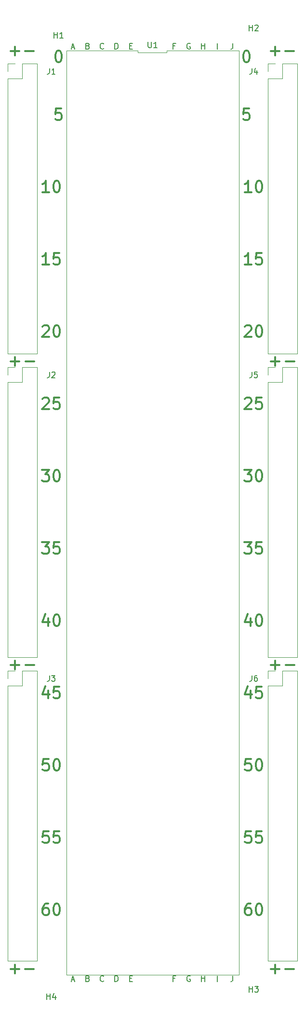
<source format=gbr>
%TF.GenerationSoftware,KiCad,Pcbnew,7.0.9*%
%TF.CreationDate,2023-12-20T19:14:48+00:00*%
%TF.ProjectId,ToastedBreadBoard128,546f6173-7465-4644-9272-656164426f61,rev?*%
%TF.SameCoordinates,Original*%
%TF.FileFunction,Legend,Top*%
%TF.FilePolarity,Positive*%
%FSLAX46Y46*%
G04 Gerber Fmt 4.6, Leading zero omitted, Abs format (unit mm)*
G04 Created by KiCad (PCBNEW 7.0.9) date 2023-12-20 19:14:48*
%MOMM*%
%LPD*%
G01*
G04 APERTURE LIST*
%ADD10C,0.300000*%
%ADD11C,0.150000*%
%ADD12C,0.120000*%
G04 APERTURE END LIST*
D10*
X145256190Y-38279638D02*
X144303809Y-38279638D01*
X144303809Y-38279638D02*
X144208571Y-39232019D01*
X144208571Y-39232019D02*
X144303809Y-39136780D01*
X144303809Y-39136780D02*
X144494285Y-39041542D01*
X144494285Y-39041542D02*
X144970476Y-39041542D01*
X144970476Y-39041542D02*
X145160952Y-39136780D01*
X145160952Y-39136780D02*
X145256190Y-39232019D01*
X145256190Y-39232019D02*
X145351428Y-39422495D01*
X145351428Y-39422495D02*
X145351428Y-39898685D01*
X145351428Y-39898685D02*
X145256190Y-40089161D01*
X145256190Y-40089161D02*
X145160952Y-40184400D01*
X145160952Y-40184400D02*
X144970476Y-40279638D01*
X144970476Y-40279638D02*
X144494285Y-40279638D01*
X144494285Y-40279638D02*
X144303809Y-40184400D01*
X144303809Y-40184400D02*
X144208571Y-40089161D01*
X103378095Y-189477733D02*
X104901905Y-189477733D01*
X104140000Y-190239638D02*
X104140000Y-188715828D01*
X112236190Y-38279638D02*
X111283809Y-38279638D01*
X111283809Y-38279638D02*
X111188571Y-39232019D01*
X111188571Y-39232019D02*
X111283809Y-39136780D01*
X111283809Y-39136780D02*
X111474285Y-39041542D01*
X111474285Y-39041542D02*
X111950476Y-39041542D01*
X111950476Y-39041542D02*
X112140952Y-39136780D01*
X112140952Y-39136780D02*
X112236190Y-39232019D01*
X112236190Y-39232019D02*
X112331428Y-39422495D01*
X112331428Y-39422495D02*
X112331428Y-39898685D01*
X112331428Y-39898685D02*
X112236190Y-40089161D01*
X112236190Y-40089161D02*
X112140952Y-40184400D01*
X112140952Y-40184400D02*
X111950476Y-40279638D01*
X111950476Y-40279638D02*
X111474285Y-40279638D01*
X111474285Y-40279638D02*
X111283809Y-40184400D01*
X111283809Y-40184400D02*
X111188571Y-40089161D01*
D11*
X119689523Y-191544580D02*
X119641904Y-191592200D01*
X119641904Y-191592200D02*
X119499047Y-191639819D01*
X119499047Y-191639819D02*
X119403809Y-191639819D01*
X119403809Y-191639819D02*
X119260952Y-191592200D01*
X119260952Y-191592200D02*
X119165714Y-191496961D01*
X119165714Y-191496961D02*
X119118095Y-191401723D01*
X119118095Y-191401723D02*
X119070476Y-191211247D01*
X119070476Y-191211247D02*
X119070476Y-191068390D01*
X119070476Y-191068390D02*
X119118095Y-190877914D01*
X119118095Y-190877914D02*
X119165714Y-190782676D01*
X119165714Y-190782676D02*
X119260952Y-190687438D01*
X119260952Y-190687438D02*
X119403809Y-190639819D01*
X119403809Y-190639819D02*
X119499047Y-190639819D01*
X119499047Y-190639819D02*
X119641904Y-190687438D01*
X119641904Y-190687438D02*
X119689523Y-190735057D01*
D10*
X108966190Y-89270114D02*
X109061428Y-89174876D01*
X109061428Y-89174876D02*
X109251904Y-89079638D01*
X109251904Y-89079638D02*
X109728095Y-89079638D01*
X109728095Y-89079638D02*
X109918571Y-89174876D01*
X109918571Y-89174876D02*
X110013809Y-89270114D01*
X110013809Y-89270114D02*
X110109047Y-89460590D01*
X110109047Y-89460590D02*
X110109047Y-89651066D01*
X110109047Y-89651066D02*
X110013809Y-89936780D01*
X110013809Y-89936780D02*
X108870952Y-91079638D01*
X108870952Y-91079638D02*
X110109047Y-91079638D01*
X111918571Y-89079638D02*
X110966190Y-89079638D01*
X110966190Y-89079638D02*
X110870952Y-90032019D01*
X110870952Y-90032019D02*
X110966190Y-89936780D01*
X110966190Y-89936780D02*
X111156666Y-89841542D01*
X111156666Y-89841542D02*
X111632857Y-89841542D01*
X111632857Y-89841542D02*
X111823333Y-89936780D01*
X111823333Y-89936780D02*
X111918571Y-90032019D01*
X111918571Y-90032019D02*
X112013809Y-90222495D01*
X112013809Y-90222495D02*
X112013809Y-90698685D01*
X112013809Y-90698685D02*
X111918571Y-90889161D01*
X111918571Y-90889161D02*
X111823333Y-90984400D01*
X111823333Y-90984400D02*
X111632857Y-91079638D01*
X111632857Y-91079638D02*
X111156666Y-91079638D01*
X111156666Y-91079638D02*
X110966190Y-90984400D01*
X110966190Y-90984400D02*
X110870952Y-90889161D01*
X151698095Y-136077733D02*
X153221905Y-136077733D01*
X103378095Y-82737733D02*
X104901905Y-82737733D01*
X104140000Y-83499638D02*
X104140000Y-81975828D01*
D11*
X114061905Y-191354104D02*
X114538095Y-191354104D01*
X113966667Y-191639819D02*
X114300000Y-190639819D01*
X114300000Y-190639819D02*
X114633333Y-191639819D01*
D10*
X144430952Y-114479638D02*
X145669047Y-114479638D01*
X145669047Y-114479638D02*
X145002380Y-115241542D01*
X145002380Y-115241542D02*
X145288095Y-115241542D01*
X145288095Y-115241542D02*
X145478571Y-115336780D01*
X145478571Y-115336780D02*
X145573809Y-115432019D01*
X145573809Y-115432019D02*
X145669047Y-115622495D01*
X145669047Y-115622495D02*
X145669047Y-116098685D01*
X145669047Y-116098685D02*
X145573809Y-116289161D01*
X145573809Y-116289161D02*
X145478571Y-116384400D01*
X145478571Y-116384400D02*
X145288095Y-116479638D01*
X145288095Y-116479638D02*
X144716666Y-116479638D01*
X144716666Y-116479638D02*
X144526190Y-116384400D01*
X144526190Y-116384400D02*
X144430952Y-116289161D01*
X147478571Y-114479638D02*
X146526190Y-114479638D01*
X146526190Y-114479638D02*
X146430952Y-115432019D01*
X146430952Y-115432019D02*
X146526190Y-115336780D01*
X146526190Y-115336780D02*
X146716666Y-115241542D01*
X146716666Y-115241542D02*
X147192857Y-115241542D01*
X147192857Y-115241542D02*
X147383333Y-115336780D01*
X147383333Y-115336780D02*
X147478571Y-115432019D01*
X147478571Y-115432019D02*
X147573809Y-115622495D01*
X147573809Y-115622495D02*
X147573809Y-116098685D01*
X147573809Y-116098685D02*
X147478571Y-116289161D01*
X147478571Y-116289161D02*
X147383333Y-116384400D01*
X147383333Y-116384400D02*
X147192857Y-116479638D01*
X147192857Y-116479638D02*
X146716666Y-116479638D01*
X146716666Y-116479638D02*
X146526190Y-116384400D01*
X146526190Y-116384400D02*
X146430952Y-116289161D01*
D11*
X134881904Y-26857438D02*
X134786666Y-26809819D01*
X134786666Y-26809819D02*
X134643809Y-26809819D01*
X134643809Y-26809819D02*
X134500952Y-26857438D01*
X134500952Y-26857438D02*
X134405714Y-26952676D01*
X134405714Y-26952676D02*
X134358095Y-27047914D01*
X134358095Y-27047914D02*
X134310476Y-27238390D01*
X134310476Y-27238390D02*
X134310476Y-27381247D01*
X134310476Y-27381247D02*
X134358095Y-27571723D01*
X134358095Y-27571723D02*
X134405714Y-27666961D01*
X134405714Y-27666961D02*
X134500952Y-27762200D01*
X134500952Y-27762200D02*
X134643809Y-27809819D01*
X134643809Y-27809819D02*
X134739047Y-27809819D01*
X134739047Y-27809819D02*
X134881904Y-27762200D01*
X134881904Y-27762200D02*
X134929523Y-27714580D01*
X134929523Y-27714580D02*
X134929523Y-27381247D01*
X134929523Y-27381247D02*
X134739047Y-27381247D01*
D10*
X149098095Y-136077733D02*
X150621905Y-136077733D01*
X149860000Y-136839638D02*
X149860000Y-135315828D01*
X149098095Y-82737733D02*
X150621905Y-82737733D01*
X149860000Y-83499638D02*
X149860000Y-81975828D01*
D11*
X132222857Y-27286009D02*
X131889524Y-27286009D01*
X131889524Y-27809819D02*
X131889524Y-26809819D01*
X131889524Y-26809819D02*
X132365714Y-26809819D01*
X132222857Y-191116009D02*
X131889524Y-191116009D01*
X131889524Y-191639819D02*
X131889524Y-190639819D01*
X131889524Y-190639819D02*
X132365714Y-190639819D01*
D10*
X144526190Y-76570114D02*
X144621428Y-76474876D01*
X144621428Y-76474876D02*
X144811904Y-76379638D01*
X144811904Y-76379638D02*
X145288095Y-76379638D01*
X145288095Y-76379638D02*
X145478571Y-76474876D01*
X145478571Y-76474876D02*
X145573809Y-76570114D01*
X145573809Y-76570114D02*
X145669047Y-76760590D01*
X145669047Y-76760590D02*
X145669047Y-76951066D01*
X145669047Y-76951066D02*
X145573809Y-77236780D01*
X145573809Y-77236780D02*
X144430952Y-78379638D01*
X144430952Y-78379638D02*
X145669047Y-78379638D01*
X146907142Y-76379638D02*
X147097619Y-76379638D01*
X147097619Y-76379638D02*
X147288095Y-76474876D01*
X147288095Y-76474876D02*
X147383333Y-76570114D01*
X147383333Y-76570114D02*
X147478571Y-76760590D01*
X147478571Y-76760590D02*
X147573809Y-77141542D01*
X147573809Y-77141542D02*
X147573809Y-77617733D01*
X147573809Y-77617733D02*
X147478571Y-77998685D01*
X147478571Y-77998685D02*
X147383333Y-78189161D01*
X147383333Y-78189161D02*
X147288095Y-78284400D01*
X147288095Y-78284400D02*
X147097619Y-78379638D01*
X147097619Y-78379638D02*
X146907142Y-78379638D01*
X146907142Y-78379638D02*
X146716666Y-78284400D01*
X146716666Y-78284400D02*
X146621428Y-78189161D01*
X146621428Y-78189161D02*
X146526190Y-77998685D01*
X146526190Y-77998685D02*
X146430952Y-77617733D01*
X146430952Y-77617733D02*
X146430952Y-77141542D01*
X146430952Y-77141542D02*
X146526190Y-76760590D01*
X146526190Y-76760590D02*
X146621428Y-76570114D01*
X146621428Y-76570114D02*
X146716666Y-76474876D01*
X146716666Y-76474876D02*
X146907142Y-76379638D01*
X145573809Y-152579638D02*
X144621428Y-152579638D01*
X144621428Y-152579638D02*
X144526190Y-153532019D01*
X144526190Y-153532019D02*
X144621428Y-153436780D01*
X144621428Y-153436780D02*
X144811904Y-153341542D01*
X144811904Y-153341542D02*
X145288095Y-153341542D01*
X145288095Y-153341542D02*
X145478571Y-153436780D01*
X145478571Y-153436780D02*
X145573809Y-153532019D01*
X145573809Y-153532019D02*
X145669047Y-153722495D01*
X145669047Y-153722495D02*
X145669047Y-154198685D01*
X145669047Y-154198685D02*
X145573809Y-154389161D01*
X145573809Y-154389161D02*
X145478571Y-154484400D01*
X145478571Y-154484400D02*
X145288095Y-154579638D01*
X145288095Y-154579638D02*
X144811904Y-154579638D01*
X144811904Y-154579638D02*
X144621428Y-154484400D01*
X144621428Y-154484400D02*
X144526190Y-154389161D01*
X146907142Y-152579638D02*
X147097619Y-152579638D01*
X147097619Y-152579638D02*
X147288095Y-152674876D01*
X147288095Y-152674876D02*
X147383333Y-152770114D01*
X147383333Y-152770114D02*
X147478571Y-152960590D01*
X147478571Y-152960590D02*
X147573809Y-153341542D01*
X147573809Y-153341542D02*
X147573809Y-153817733D01*
X147573809Y-153817733D02*
X147478571Y-154198685D01*
X147478571Y-154198685D02*
X147383333Y-154389161D01*
X147383333Y-154389161D02*
X147288095Y-154484400D01*
X147288095Y-154484400D02*
X147097619Y-154579638D01*
X147097619Y-154579638D02*
X146907142Y-154579638D01*
X146907142Y-154579638D02*
X146716666Y-154484400D01*
X146716666Y-154484400D02*
X146621428Y-154389161D01*
X146621428Y-154389161D02*
X146526190Y-154198685D01*
X146526190Y-154198685D02*
X146430952Y-153817733D01*
X146430952Y-153817733D02*
X146430952Y-153341542D01*
X146430952Y-153341542D02*
X146526190Y-152960590D01*
X146526190Y-152960590D02*
X146621428Y-152770114D01*
X146621428Y-152770114D02*
X146716666Y-152674876D01*
X146716666Y-152674876D02*
X146907142Y-152579638D01*
D11*
X142382857Y-190639819D02*
X142382857Y-191354104D01*
X142382857Y-191354104D02*
X142335238Y-191496961D01*
X142335238Y-191496961D02*
X142240000Y-191592200D01*
X142240000Y-191592200D02*
X142097143Y-191639819D01*
X142097143Y-191639819D02*
X142001905Y-191639819D01*
D10*
X110013809Y-165279638D02*
X109061428Y-165279638D01*
X109061428Y-165279638D02*
X108966190Y-166232019D01*
X108966190Y-166232019D02*
X109061428Y-166136780D01*
X109061428Y-166136780D02*
X109251904Y-166041542D01*
X109251904Y-166041542D02*
X109728095Y-166041542D01*
X109728095Y-166041542D02*
X109918571Y-166136780D01*
X109918571Y-166136780D02*
X110013809Y-166232019D01*
X110013809Y-166232019D02*
X110109047Y-166422495D01*
X110109047Y-166422495D02*
X110109047Y-166898685D01*
X110109047Y-166898685D02*
X110013809Y-167089161D01*
X110013809Y-167089161D02*
X109918571Y-167184400D01*
X109918571Y-167184400D02*
X109728095Y-167279638D01*
X109728095Y-167279638D02*
X109251904Y-167279638D01*
X109251904Y-167279638D02*
X109061428Y-167184400D01*
X109061428Y-167184400D02*
X108966190Y-167089161D01*
X111918571Y-165279638D02*
X110966190Y-165279638D01*
X110966190Y-165279638D02*
X110870952Y-166232019D01*
X110870952Y-166232019D02*
X110966190Y-166136780D01*
X110966190Y-166136780D02*
X111156666Y-166041542D01*
X111156666Y-166041542D02*
X111632857Y-166041542D01*
X111632857Y-166041542D02*
X111823333Y-166136780D01*
X111823333Y-166136780D02*
X111918571Y-166232019D01*
X111918571Y-166232019D02*
X112013809Y-166422495D01*
X112013809Y-166422495D02*
X112013809Y-166898685D01*
X112013809Y-166898685D02*
X111918571Y-167089161D01*
X111918571Y-167089161D02*
X111823333Y-167184400D01*
X111823333Y-167184400D02*
X111632857Y-167279638D01*
X111632857Y-167279638D02*
X111156666Y-167279638D01*
X111156666Y-167279638D02*
X110966190Y-167184400D01*
X110966190Y-167184400D02*
X110870952Y-167089161D01*
X103378095Y-28187733D02*
X104901905Y-28187733D01*
X104140000Y-28949638D02*
X104140000Y-27425828D01*
X145478571Y-140546304D02*
X145478571Y-141879638D01*
X145002380Y-139784400D02*
X144526190Y-141212971D01*
X144526190Y-141212971D02*
X145764285Y-141212971D01*
X147478571Y-139879638D02*
X146526190Y-139879638D01*
X146526190Y-139879638D02*
X146430952Y-140832019D01*
X146430952Y-140832019D02*
X146526190Y-140736780D01*
X146526190Y-140736780D02*
X146716666Y-140641542D01*
X146716666Y-140641542D02*
X147192857Y-140641542D01*
X147192857Y-140641542D02*
X147383333Y-140736780D01*
X147383333Y-140736780D02*
X147478571Y-140832019D01*
X147478571Y-140832019D02*
X147573809Y-141022495D01*
X147573809Y-141022495D02*
X147573809Y-141498685D01*
X147573809Y-141498685D02*
X147478571Y-141689161D01*
X147478571Y-141689161D02*
X147383333Y-141784400D01*
X147383333Y-141784400D02*
X147192857Y-141879638D01*
X147192857Y-141879638D02*
X146716666Y-141879638D01*
X146716666Y-141879638D02*
X146526190Y-141784400D01*
X146526190Y-141784400D02*
X146430952Y-141689161D01*
X103378095Y-136077733D02*
X104901905Y-136077733D01*
X104140000Y-136839638D02*
X104140000Y-135315828D01*
X105918095Y-189477733D02*
X107441905Y-189477733D01*
D11*
X124245714Y-191116009D02*
X124579047Y-191116009D01*
X124721904Y-191639819D02*
X124245714Y-191639819D01*
X124245714Y-191639819D02*
X124245714Y-190639819D01*
X124245714Y-190639819D02*
X124721904Y-190639819D01*
D10*
X105948095Y-136077733D02*
X107471905Y-136077733D01*
D11*
X114061905Y-27524104D02*
X114538095Y-27524104D01*
X113966667Y-27809819D02*
X114300000Y-26809819D01*
X114300000Y-26809819D02*
X114633333Y-27809819D01*
X121658095Y-27809819D02*
X121658095Y-26809819D01*
X121658095Y-26809819D02*
X121896190Y-26809819D01*
X121896190Y-26809819D02*
X122039047Y-26857438D01*
X122039047Y-26857438D02*
X122134285Y-26952676D01*
X122134285Y-26952676D02*
X122181904Y-27047914D01*
X122181904Y-27047914D02*
X122229523Y-27238390D01*
X122229523Y-27238390D02*
X122229523Y-27381247D01*
X122229523Y-27381247D02*
X122181904Y-27571723D01*
X122181904Y-27571723D02*
X122134285Y-27666961D01*
X122134285Y-27666961D02*
X122039047Y-27762200D01*
X122039047Y-27762200D02*
X121896190Y-27809819D01*
X121896190Y-27809819D02*
X121658095Y-27809819D01*
D10*
X144526190Y-89270114D02*
X144621428Y-89174876D01*
X144621428Y-89174876D02*
X144811904Y-89079638D01*
X144811904Y-89079638D02*
X145288095Y-89079638D01*
X145288095Y-89079638D02*
X145478571Y-89174876D01*
X145478571Y-89174876D02*
X145573809Y-89270114D01*
X145573809Y-89270114D02*
X145669047Y-89460590D01*
X145669047Y-89460590D02*
X145669047Y-89651066D01*
X145669047Y-89651066D02*
X145573809Y-89936780D01*
X145573809Y-89936780D02*
X144430952Y-91079638D01*
X144430952Y-91079638D02*
X145669047Y-91079638D01*
X147478571Y-89079638D02*
X146526190Y-89079638D01*
X146526190Y-89079638D02*
X146430952Y-90032019D01*
X146430952Y-90032019D02*
X146526190Y-89936780D01*
X146526190Y-89936780D02*
X146716666Y-89841542D01*
X146716666Y-89841542D02*
X147192857Y-89841542D01*
X147192857Y-89841542D02*
X147383333Y-89936780D01*
X147383333Y-89936780D02*
X147478571Y-90032019D01*
X147478571Y-90032019D02*
X147573809Y-90222495D01*
X147573809Y-90222495D02*
X147573809Y-90698685D01*
X147573809Y-90698685D02*
X147478571Y-90889161D01*
X147478571Y-90889161D02*
X147383333Y-90984400D01*
X147383333Y-90984400D02*
X147192857Y-91079638D01*
X147192857Y-91079638D02*
X146716666Y-91079638D01*
X146716666Y-91079638D02*
X146526190Y-90984400D01*
X146526190Y-90984400D02*
X146430952Y-90889161D01*
X144684761Y-28119638D02*
X144875238Y-28119638D01*
X144875238Y-28119638D02*
X145065714Y-28214876D01*
X145065714Y-28214876D02*
X145160952Y-28310114D01*
X145160952Y-28310114D02*
X145256190Y-28500590D01*
X145256190Y-28500590D02*
X145351428Y-28881542D01*
X145351428Y-28881542D02*
X145351428Y-29357733D01*
X145351428Y-29357733D02*
X145256190Y-29738685D01*
X145256190Y-29738685D02*
X145160952Y-29929161D01*
X145160952Y-29929161D02*
X145065714Y-30024400D01*
X145065714Y-30024400D02*
X144875238Y-30119638D01*
X144875238Y-30119638D02*
X144684761Y-30119638D01*
X144684761Y-30119638D02*
X144494285Y-30024400D01*
X144494285Y-30024400D02*
X144399047Y-29929161D01*
X144399047Y-29929161D02*
X144303809Y-29738685D01*
X144303809Y-29738685D02*
X144208571Y-29357733D01*
X144208571Y-29357733D02*
X144208571Y-28881542D01*
X144208571Y-28881542D02*
X144303809Y-28500590D01*
X144303809Y-28500590D02*
X144399047Y-28310114D01*
X144399047Y-28310114D02*
X144494285Y-28214876D01*
X144494285Y-28214876D02*
X144684761Y-28119638D01*
D11*
X116911428Y-191116009D02*
X117054285Y-191163628D01*
X117054285Y-191163628D02*
X117101904Y-191211247D01*
X117101904Y-191211247D02*
X117149523Y-191306485D01*
X117149523Y-191306485D02*
X117149523Y-191449342D01*
X117149523Y-191449342D02*
X117101904Y-191544580D01*
X117101904Y-191544580D02*
X117054285Y-191592200D01*
X117054285Y-191592200D02*
X116959047Y-191639819D01*
X116959047Y-191639819D02*
X116578095Y-191639819D01*
X116578095Y-191639819D02*
X116578095Y-190639819D01*
X116578095Y-190639819D02*
X116911428Y-190639819D01*
X116911428Y-190639819D02*
X117006666Y-190687438D01*
X117006666Y-190687438D02*
X117054285Y-190735057D01*
X117054285Y-190735057D02*
X117101904Y-190830295D01*
X117101904Y-190830295D02*
X117101904Y-190925533D01*
X117101904Y-190925533D02*
X117054285Y-191020771D01*
X117054285Y-191020771D02*
X117006666Y-191068390D01*
X117006666Y-191068390D02*
X116911428Y-191116009D01*
X116911428Y-191116009D02*
X116578095Y-191116009D01*
D10*
X151638095Y-189477733D02*
X153161905Y-189477733D01*
X151668095Y-82737733D02*
X153191905Y-82737733D01*
D11*
X124245714Y-27286009D02*
X124579047Y-27286009D01*
X124721904Y-27809819D02*
X124245714Y-27809819D01*
X124245714Y-27809819D02*
X124245714Y-26809819D01*
X124245714Y-26809819D02*
X124721904Y-26809819D01*
D10*
X111664761Y-28119638D02*
X111855238Y-28119638D01*
X111855238Y-28119638D02*
X112045714Y-28214876D01*
X112045714Y-28214876D02*
X112140952Y-28310114D01*
X112140952Y-28310114D02*
X112236190Y-28500590D01*
X112236190Y-28500590D02*
X112331428Y-28881542D01*
X112331428Y-28881542D02*
X112331428Y-29357733D01*
X112331428Y-29357733D02*
X112236190Y-29738685D01*
X112236190Y-29738685D02*
X112140952Y-29929161D01*
X112140952Y-29929161D02*
X112045714Y-30024400D01*
X112045714Y-30024400D02*
X111855238Y-30119638D01*
X111855238Y-30119638D02*
X111664761Y-30119638D01*
X111664761Y-30119638D02*
X111474285Y-30024400D01*
X111474285Y-30024400D02*
X111379047Y-29929161D01*
X111379047Y-29929161D02*
X111283809Y-29738685D01*
X111283809Y-29738685D02*
X111188571Y-29357733D01*
X111188571Y-29357733D02*
X111188571Y-28881542D01*
X111188571Y-28881542D02*
X111283809Y-28500590D01*
X111283809Y-28500590D02*
X111379047Y-28310114D01*
X111379047Y-28310114D02*
X111474285Y-28214876D01*
X111474285Y-28214876D02*
X111664761Y-28119638D01*
X108870952Y-101779638D02*
X110109047Y-101779638D01*
X110109047Y-101779638D02*
X109442380Y-102541542D01*
X109442380Y-102541542D02*
X109728095Y-102541542D01*
X109728095Y-102541542D02*
X109918571Y-102636780D01*
X109918571Y-102636780D02*
X110013809Y-102732019D01*
X110013809Y-102732019D02*
X110109047Y-102922495D01*
X110109047Y-102922495D02*
X110109047Y-103398685D01*
X110109047Y-103398685D02*
X110013809Y-103589161D01*
X110013809Y-103589161D02*
X109918571Y-103684400D01*
X109918571Y-103684400D02*
X109728095Y-103779638D01*
X109728095Y-103779638D02*
X109156666Y-103779638D01*
X109156666Y-103779638D02*
X108966190Y-103684400D01*
X108966190Y-103684400D02*
X108870952Y-103589161D01*
X111347142Y-101779638D02*
X111537619Y-101779638D01*
X111537619Y-101779638D02*
X111728095Y-101874876D01*
X111728095Y-101874876D02*
X111823333Y-101970114D01*
X111823333Y-101970114D02*
X111918571Y-102160590D01*
X111918571Y-102160590D02*
X112013809Y-102541542D01*
X112013809Y-102541542D02*
X112013809Y-103017733D01*
X112013809Y-103017733D02*
X111918571Y-103398685D01*
X111918571Y-103398685D02*
X111823333Y-103589161D01*
X111823333Y-103589161D02*
X111728095Y-103684400D01*
X111728095Y-103684400D02*
X111537619Y-103779638D01*
X111537619Y-103779638D02*
X111347142Y-103779638D01*
X111347142Y-103779638D02*
X111156666Y-103684400D01*
X111156666Y-103684400D02*
X111061428Y-103589161D01*
X111061428Y-103589161D02*
X110966190Y-103398685D01*
X110966190Y-103398685D02*
X110870952Y-103017733D01*
X110870952Y-103017733D02*
X110870952Y-102541542D01*
X110870952Y-102541542D02*
X110966190Y-102160590D01*
X110966190Y-102160590D02*
X111061428Y-101970114D01*
X111061428Y-101970114D02*
X111156666Y-101874876D01*
X111156666Y-101874876D02*
X111347142Y-101779638D01*
X105948095Y-82737733D02*
X107471905Y-82737733D01*
D11*
X116911428Y-27286009D02*
X117054285Y-27333628D01*
X117054285Y-27333628D02*
X117101904Y-27381247D01*
X117101904Y-27381247D02*
X117149523Y-27476485D01*
X117149523Y-27476485D02*
X117149523Y-27619342D01*
X117149523Y-27619342D02*
X117101904Y-27714580D01*
X117101904Y-27714580D02*
X117054285Y-27762200D01*
X117054285Y-27762200D02*
X116959047Y-27809819D01*
X116959047Y-27809819D02*
X116578095Y-27809819D01*
X116578095Y-27809819D02*
X116578095Y-26809819D01*
X116578095Y-26809819D02*
X116911428Y-26809819D01*
X116911428Y-26809819D02*
X117006666Y-26857438D01*
X117006666Y-26857438D02*
X117054285Y-26905057D01*
X117054285Y-26905057D02*
X117101904Y-27000295D01*
X117101904Y-27000295D02*
X117101904Y-27095533D01*
X117101904Y-27095533D02*
X117054285Y-27190771D01*
X117054285Y-27190771D02*
X117006666Y-27238390D01*
X117006666Y-27238390D02*
X116911428Y-27286009D01*
X116911428Y-27286009D02*
X116578095Y-27286009D01*
X134881904Y-190687438D02*
X134786666Y-190639819D01*
X134786666Y-190639819D02*
X134643809Y-190639819D01*
X134643809Y-190639819D02*
X134500952Y-190687438D01*
X134500952Y-190687438D02*
X134405714Y-190782676D01*
X134405714Y-190782676D02*
X134358095Y-190877914D01*
X134358095Y-190877914D02*
X134310476Y-191068390D01*
X134310476Y-191068390D02*
X134310476Y-191211247D01*
X134310476Y-191211247D02*
X134358095Y-191401723D01*
X134358095Y-191401723D02*
X134405714Y-191496961D01*
X134405714Y-191496961D02*
X134500952Y-191592200D01*
X134500952Y-191592200D02*
X134643809Y-191639819D01*
X134643809Y-191639819D02*
X134739047Y-191639819D01*
X134739047Y-191639819D02*
X134881904Y-191592200D01*
X134881904Y-191592200D02*
X134929523Y-191544580D01*
X134929523Y-191544580D02*
X134929523Y-191211247D01*
X134929523Y-191211247D02*
X134739047Y-191211247D01*
D10*
X110013809Y-152579638D02*
X109061428Y-152579638D01*
X109061428Y-152579638D02*
X108966190Y-153532019D01*
X108966190Y-153532019D02*
X109061428Y-153436780D01*
X109061428Y-153436780D02*
X109251904Y-153341542D01*
X109251904Y-153341542D02*
X109728095Y-153341542D01*
X109728095Y-153341542D02*
X109918571Y-153436780D01*
X109918571Y-153436780D02*
X110013809Y-153532019D01*
X110013809Y-153532019D02*
X110109047Y-153722495D01*
X110109047Y-153722495D02*
X110109047Y-154198685D01*
X110109047Y-154198685D02*
X110013809Y-154389161D01*
X110013809Y-154389161D02*
X109918571Y-154484400D01*
X109918571Y-154484400D02*
X109728095Y-154579638D01*
X109728095Y-154579638D02*
X109251904Y-154579638D01*
X109251904Y-154579638D02*
X109061428Y-154484400D01*
X109061428Y-154484400D02*
X108966190Y-154389161D01*
X111347142Y-152579638D02*
X111537619Y-152579638D01*
X111537619Y-152579638D02*
X111728095Y-152674876D01*
X111728095Y-152674876D02*
X111823333Y-152770114D01*
X111823333Y-152770114D02*
X111918571Y-152960590D01*
X111918571Y-152960590D02*
X112013809Y-153341542D01*
X112013809Y-153341542D02*
X112013809Y-153817733D01*
X112013809Y-153817733D02*
X111918571Y-154198685D01*
X111918571Y-154198685D02*
X111823333Y-154389161D01*
X111823333Y-154389161D02*
X111728095Y-154484400D01*
X111728095Y-154484400D02*
X111537619Y-154579638D01*
X111537619Y-154579638D02*
X111347142Y-154579638D01*
X111347142Y-154579638D02*
X111156666Y-154484400D01*
X111156666Y-154484400D02*
X111061428Y-154389161D01*
X111061428Y-154389161D02*
X110966190Y-154198685D01*
X110966190Y-154198685D02*
X110870952Y-153817733D01*
X110870952Y-153817733D02*
X110870952Y-153341542D01*
X110870952Y-153341542D02*
X110966190Y-152960590D01*
X110966190Y-152960590D02*
X111061428Y-152770114D01*
X111061428Y-152770114D02*
X111156666Y-152674876D01*
X111156666Y-152674876D02*
X111347142Y-152579638D01*
X145478571Y-127846304D02*
X145478571Y-129179638D01*
X145002380Y-127084400D02*
X144526190Y-128512971D01*
X144526190Y-128512971D02*
X145764285Y-128512971D01*
X146907142Y-127179638D02*
X147097619Y-127179638D01*
X147097619Y-127179638D02*
X147288095Y-127274876D01*
X147288095Y-127274876D02*
X147383333Y-127370114D01*
X147383333Y-127370114D02*
X147478571Y-127560590D01*
X147478571Y-127560590D02*
X147573809Y-127941542D01*
X147573809Y-127941542D02*
X147573809Y-128417733D01*
X147573809Y-128417733D02*
X147478571Y-128798685D01*
X147478571Y-128798685D02*
X147383333Y-128989161D01*
X147383333Y-128989161D02*
X147288095Y-129084400D01*
X147288095Y-129084400D02*
X147097619Y-129179638D01*
X147097619Y-129179638D02*
X146907142Y-129179638D01*
X146907142Y-129179638D02*
X146716666Y-129084400D01*
X146716666Y-129084400D02*
X146621428Y-128989161D01*
X146621428Y-128989161D02*
X146526190Y-128798685D01*
X146526190Y-128798685D02*
X146430952Y-128417733D01*
X146430952Y-128417733D02*
X146430952Y-127941542D01*
X146430952Y-127941542D02*
X146526190Y-127560590D01*
X146526190Y-127560590D02*
X146621428Y-127370114D01*
X146621428Y-127370114D02*
X146716666Y-127274876D01*
X146716666Y-127274876D02*
X146907142Y-127179638D01*
X109918571Y-177979638D02*
X109537618Y-177979638D01*
X109537618Y-177979638D02*
X109347142Y-178074876D01*
X109347142Y-178074876D02*
X109251904Y-178170114D01*
X109251904Y-178170114D02*
X109061428Y-178455828D01*
X109061428Y-178455828D02*
X108966190Y-178836780D01*
X108966190Y-178836780D02*
X108966190Y-179598685D01*
X108966190Y-179598685D02*
X109061428Y-179789161D01*
X109061428Y-179789161D02*
X109156666Y-179884400D01*
X109156666Y-179884400D02*
X109347142Y-179979638D01*
X109347142Y-179979638D02*
X109728095Y-179979638D01*
X109728095Y-179979638D02*
X109918571Y-179884400D01*
X109918571Y-179884400D02*
X110013809Y-179789161D01*
X110013809Y-179789161D02*
X110109047Y-179598685D01*
X110109047Y-179598685D02*
X110109047Y-179122495D01*
X110109047Y-179122495D02*
X110013809Y-178932019D01*
X110013809Y-178932019D02*
X109918571Y-178836780D01*
X109918571Y-178836780D02*
X109728095Y-178741542D01*
X109728095Y-178741542D02*
X109347142Y-178741542D01*
X109347142Y-178741542D02*
X109156666Y-178836780D01*
X109156666Y-178836780D02*
X109061428Y-178932019D01*
X109061428Y-178932019D02*
X108966190Y-179122495D01*
X111347142Y-177979638D02*
X111537619Y-177979638D01*
X111537619Y-177979638D02*
X111728095Y-178074876D01*
X111728095Y-178074876D02*
X111823333Y-178170114D01*
X111823333Y-178170114D02*
X111918571Y-178360590D01*
X111918571Y-178360590D02*
X112013809Y-178741542D01*
X112013809Y-178741542D02*
X112013809Y-179217733D01*
X112013809Y-179217733D02*
X111918571Y-179598685D01*
X111918571Y-179598685D02*
X111823333Y-179789161D01*
X111823333Y-179789161D02*
X111728095Y-179884400D01*
X111728095Y-179884400D02*
X111537619Y-179979638D01*
X111537619Y-179979638D02*
X111347142Y-179979638D01*
X111347142Y-179979638D02*
X111156666Y-179884400D01*
X111156666Y-179884400D02*
X111061428Y-179789161D01*
X111061428Y-179789161D02*
X110966190Y-179598685D01*
X110966190Y-179598685D02*
X110870952Y-179217733D01*
X110870952Y-179217733D02*
X110870952Y-178741542D01*
X110870952Y-178741542D02*
X110966190Y-178360590D01*
X110966190Y-178360590D02*
X111061428Y-178170114D01*
X111061428Y-178170114D02*
X111156666Y-178074876D01*
X111156666Y-178074876D02*
X111347142Y-177979638D01*
D11*
X142382857Y-26809819D02*
X142382857Y-27524104D01*
X142382857Y-27524104D02*
X142335238Y-27666961D01*
X142335238Y-27666961D02*
X142240000Y-27762200D01*
X142240000Y-27762200D02*
X142097143Y-27809819D01*
X142097143Y-27809819D02*
X142001905Y-27809819D01*
D10*
X105918095Y-28187733D02*
X107441905Y-28187733D01*
D11*
X136874286Y-191639819D02*
X136874286Y-190639819D01*
X136874286Y-191116009D02*
X137445714Y-191116009D01*
X137445714Y-191639819D02*
X137445714Y-190639819D01*
X121658095Y-191639819D02*
X121658095Y-190639819D01*
X121658095Y-190639819D02*
X121896190Y-190639819D01*
X121896190Y-190639819D02*
X122039047Y-190687438D01*
X122039047Y-190687438D02*
X122134285Y-190782676D01*
X122134285Y-190782676D02*
X122181904Y-190877914D01*
X122181904Y-190877914D02*
X122229523Y-191068390D01*
X122229523Y-191068390D02*
X122229523Y-191211247D01*
X122229523Y-191211247D02*
X122181904Y-191401723D01*
X122181904Y-191401723D02*
X122134285Y-191496961D01*
X122134285Y-191496961D02*
X122039047Y-191592200D01*
X122039047Y-191592200D02*
X121896190Y-191639819D01*
X121896190Y-191639819D02*
X121658095Y-191639819D01*
D10*
X149098095Y-28187733D02*
X150621905Y-28187733D01*
X149860000Y-28949638D02*
X149860000Y-27425828D01*
D11*
X139700000Y-27809819D02*
X139700000Y-26809819D01*
D10*
X149098095Y-189477733D02*
X150621905Y-189477733D01*
X149860000Y-190239638D02*
X149860000Y-188715828D01*
X108966190Y-76570114D02*
X109061428Y-76474876D01*
X109061428Y-76474876D02*
X109251904Y-76379638D01*
X109251904Y-76379638D02*
X109728095Y-76379638D01*
X109728095Y-76379638D02*
X109918571Y-76474876D01*
X109918571Y-76474876D02*
X110013809Y-76570114D01*
X110013809Y-76570114D02*
X110109047Y-76760590D01*
X110109047Y-76760590D02*
X110109047Y-76951066D01*
X110109047Y-76951066D02*
X110013809Y-77236780D01*
X110013809Y-77236780D02*
X108870952Y-78379638D01*
X108870952Y-78379638D02*
X110109047Y-78379638D01*
X111347142Y-76379638D02*
X111537619Y-76379638D01*
X111537619Y-76379638D02*
X111728095Y-76474876D01*
X111728095Y-76474876D02*
X111823333Y-76570114D01*
X111823333Y-76570114D02*
X111918571Y-76760590D01*
X111918571Y-76760590D02*
X112013809Y-77141542D01*
X112013809Y-77141542D02*
X112013809Y-77617733D01*
X112013809Y-77617733D02*
X111918571Y-77998685D01*
X111918571Y-77998685D02*
X111823333Y-78189161D01*
X111823333Y-78189161D02*
X111728095Y-78284400D01*
X111728095Y-78284400D02*
X111537619Y-78379638D01*
X111537619Y-78379638D02*
X111347142Y-78379638D01*
X111347142Y-78379638D02*
X111156666Y-78284400D01*
X111156666Y-78284400D02*
X111061428Y-78189161D01*
X111061428Y-78189161D02*
X110966190Y-77998685D01*
X110966190Y-77998685D02*
X110870952Y-77617733D01*
X110870952Y-77617733D02*
X110870952Y-77141542D01*
X110870952Y-77141542D02*
X110966190Y-76760590D01*
X110966190Y-76760590D02*
X111061428Y-76570114D01*
X111061428Y-76570114D02*
X111156666Y-76474876D01*
X111156666Y-76474876D02*
X111347142Y-76379638D01*
X109918571Y-127846304D02*
X109918571Y-129179638D01*
X109442380Y-127084400D02*
X108966190Y-128512971D01*
X108966190Y-128512971D02*
X110204285Y-128512971D01*
X111347142Y-127179638D02*
X111537619Y-127179638D01*
X111537619Y-127179638D02*
X111728095Y-127274876D01*
X111728095Y-127274876D02*
X111823333Y-127370114D01*
X111823333Y-127370114D02*
X111918571Y-127560590D01*
X111918571Y-127560590D02*
X112013809Y-127941542D01*
X112013809Y-127941542D02*
X112013809Y-128417733D01*
X112013809Y-128417733D02*
X111918571Y-128798685D01*
X111918571Y-128798685D02*
X111823333Y-128989161D01*
X111823333Y-128989161D02*
X111728095Y-129084400D01*
X111728095Y-129084400D02*
X111537619Y-129179638D01*
X111537619Y-129179638D02*
X111347142Y-129179638D01*
X111347142Y-129179638D02*
X111156666Y-129084400D01*
X111156666Y-129084400D02*
X111061428Y-128989161D01*
X111061428Y-128989161D02*
X110966190Y-128798685D01*
X110966190Y-128798685D02*
X110870952Y-128417733D01*
X110870952Y-128417733D02*
X110870952Y-127941542D01*
X110870952Y-127941542D02*
X110966190Y-127560590D01*
X110966190Y-127560590D02*
X111061428Y-127370114D01*
X111061428Y-127370114D02*
X111156666Y-127274876D01*
X111156666Y-127274876D02*
X111347142Y-127179638D01*
X110109047Y-52979638D02*
X108966190Y-52979638D01*
X109537618Y-52979638D02*
X109537618Y-50979638D01*
X109537618Y-50979638D02*
X109347142Y-51265352D01*
X109347142Y-51265352D02*
X109156666Y-51455828D01*
X109156666Y-51455828D02*
X108966190Y-51551066D01*
X111347142Y-50979638D02*
X111537619Y-50979638D01*
X111537619Y-50979638D02*
X111728095Y-51074876D01*
X111728095Y-51074876D02*
X111823333Y-51170114D01*
X111823333Y-51170114D02*
X111918571Y-51360590D01*
X111918571Y-51360590D02*
X112013809Y-51741542D01*
X112013809Y-51741542D02*
X112013809Y-52217733D01*
X112013809Y-52217733D02*
X111918571Y-52598685D01*
X111918571Y-52598685D02*
X111823333Y-52789161D01*
X111823333Y-52789161D02*
X111728095Y-52884400D01*
X111728095Y-52884400D02*
X111537619Y-52979638D01*
X111537619Y-52979638D02*
X111347142Y-52979638D01*
X111347142Y-52979638D02*
X111156666Y-52884400D01*
X111156666Y-52884400D02*
X111061428Y-52789161D01*
X111061428Y-52789161D02*
X110966190Y-52598685D01*
X110966190Y-52598685D02*
X110870952Y-52217733D01*
X110870952Y-52217733D02*
X110870952Y-51741542D01*
X110870952Y-51741542D02*
X110966190Y-51360590D01*
X110966190Y-51360590D02*
X111061428Y-51170114D01*
X111061428Y-51170114D02*
X111156666Y-51074876D01*
X111156666Y-51074876D02*
X111347142Y-50979638D01*
X145573809Y-165279638D02*
X144621428Y-165279638D01*
X144621428Y-165279638D02*
X144526190Y-166232019D01*
X144526190Y-166232019D02*
X144621428Y-166136780D01*
X144621428Y-166136780D02*
X144811904Y-166041542D01*
X144811904Y-166041542D02*
X145288095Y-166041542D01*
X145288095Y-166041542D02*
X145478571Y-166136780D01*
X145478571Y-166136780D02*
X145573809Y-166232019D01*
X145573809Y-166232019D02*
X145669047Y-166422495D01*
X145669047Y-166422495D02*
X145669047Y-166898685D01*
X145669047Y-166898685D02*
X145573809Y-167089161D01*
X145573809Y-167089161D02*
X145478571Y-167184400D01*
X145478571Y-167184400D02*
X145288095Y-167279638D01*
X145288095Y-167279638D02*
X144811904Y-167279638D01*
X144811904Y-167279638D02*
X144621428Y-167184400D01*
X144621428Y-167184400D02*
X144526190Y-167089161D01*
X147478571Y-165279638D02*
X146526190Y-165279638D01*
X146526190Y-165279638D02*
X146430952Y-166232019D01*
X146430952Y-166232019D02*
X146526190Y-166136780D01*
X146526190Y-166136780D02*
X146716666Y-166041542D01*
X146716666Y-166041542D02*
X147192857Y-166041542D01*
X147192857Y-166041542D02*
X147383333Y-166136780D01*
X147383333Y-166136780D02*
X147478571Y-166232019D01*
X147478571Y-166232019D02*
X147573809Y-166422495D01*
X147573809Y-166422495D02*
X147573809Y-166898685D01*
X147573809Y-166898685D02*
X147478571Y-167089161D01*
X147478571Y-167089161D02*
X147383333Y-167184400D01*
X147383333Y-167184400D02*
X147192857Y-167279638D01*
X147192857Y-167279638D02*
X146716666Y-167279638D01*
X146716666Y-167279638D02*
X146526190Y-167184400D01*
X146526190Y-167184400D02*
X146430952Y-167089161D01*
X108870952Y-114479638D02*
X110109047Y-114479638D01*
X110109047Y-114479638D02*
X109442380Y-115241542D01*
X109442380Y-115241542D02*
X109728095Y-115241542D01*
X109728095Y-115241542D02*
X109918571Y-115336780D01*
X109918571Y-115336780D02*
X110013809Y-115432019D01*
X110013809Y-115432019D02*
X110109047Y-115622495D01*
X110109047Y-115622495D02*
X110109047Y-116098685D01*
X110109047Y-116098685D02*
X110013809Y-116289161D01*
X110013809Y-116289161D02*
X109918571Y-116384400D01*
X109918571Y-116384400D02*
X109728095Y-116479638D01*
X109728095Y-116479638D02*
X109156666Y-116479638D01*
X109156666Y-116479638D02*
X108966190Y-116384400D01*
X108966190Y-116384400D02*
X108870952Y-116289161D01*
X111918571Y-114479638D02*
X110966190Y-114479638D01*
X110966190Y-114479638D02*
X110870952Y-115432019D01*
X110870952Y-115432019D02*
X110966190Y-115336780D01*
X110966190Y-115336780D02*
X111156666Y-115241542D01*
X111156666Y-115241542D02*
X111632857Y-115241542D01*
X111632857Y-115241542D02*
X111823333Y-115336780D01*
X111823333Y-115336780D02*
X111918571Y-115432019D01*
X111918571Y-115432019D02*
X112013809Y-115622495D01*
X112013809Y-115622495D02*
X112013809Y-116098685D01*
X112013809Y-116098685D02*
X111918571Y-116289161D01*
X111918571Y-116289161D02*
X111823333Y-116384400D01*
X111823333Y-116384400D02*
X111632857Y-116479638D01*
X111632857Y-116479638D02*
X111156666Y-116479638D01*
X111156666Y-116479638D02*
X110966190Y-116384400D01*
X110966190Y-116384400D02*
X110870952Y-116289161D01*
D11*
X136874286Y-27809819D02*
X136874286Y-26809819D01*
X136874286Y-27286009D02*
X137445714Y-27286009D01*
X137445714Y-27809819D02*
X137445714Y-26809819D01*
D10*
X109918571Y-140546304D02*
X109918571Y-141879638D01*
X109442380Y-139784400D02*
X108966190Y-141212971D01*
X108966190Y-141212971D02*
X110204285Y-141212971D01*
X111918571Y-139879638D02*
X110966190Y-139879638D01*
X110966190Y-139879638D02*
X110870952Y-140832019D01*
X110870952Y-140832019D02*
X110966190Y-140736780D01*
X110966190Y-140736780D02*
X111156666Y-140641542D01*
X111156666Y-140641542D02*
X111632857Y-140641542D01*
X111632857Y-140641542D02*
X111823333Y-140736780D01*
X111823333Y-140736780D02*
X111918571Y-140832019D01*
X111918571Y-140832019D02*
X112013809Y-141022495D01*
X112013809Y-141022495D02*
X112013809Y-141498685D01*
X112013809Y-141498685D02*
X111918571Y-141689161D01*
X111918571Y-141689161D02*
X111823333Y-141784400D01*
X111823333Y-141784400D02*
X111632857Y-141879638D01*
X111632857Y-141879638D02*
X111156666Y-141879638D01*
X111156666Y-141879638D02*
X110966190Y-141784400D01*
X110966190Y-141784400D02*
X110870952Y-141689161D01*
X151638095Y-28187733D02*
X153161905Y-28187733D01*
X145669047Y-65679638D02*
X144526190Y-65679638D01*
X145097618Y-65679638D02*
X145097618Y-63679638D01*
X145097618Y-63679638D02*
X144907142Y-63965352D01*
X144907142Y-63965352D02*
X144716666Y-64155828D01*
X144716666Y-64155828D02*
X144526190Y-64251066D01*
X147478571Y-63679638D02*
X146526190Y-63679638D01*
X146526190Y-63679638D02*
X146430952Y-64632019D01*
X146430952Y-64632019D02*
X146526190Y-64536780D01*
X146526190Y-64536780D02*
X146716666Y-64441542D01*
X146716666Y-64441542D02*
X147192857Y-64441542D01*
X147192857Y-64441542D02*
X147383333Y-64536780D01*
X147383333Y-64536780D02*
X147478571Y-64632019D01*
X147478571Y-64632019D02*
X147573809Y-64822495D01*
X147573809Y-64822495D02*
X147573809Y-65298685D01*
X147573809Y-65298685D02*
X147478571Y-65489161D01*
X147478571Y-65489161D02*
X147383333Y-65584400D01*
X147383333Y-65584400D02*
X147192857Y-65679638D01*
X147192857Y-65679638D02*
X146716666Y-65679638D01*
X146716666Y-65679638D02*
X146526190Y-65584400D01*
X146526190Y-65584400D02*
X146430952Y-65489161D01*
X144430952Y-101779638D02*
X145669047Y-101779638D01*
X145669047Y-101779638D02*
X145002380Y-102541542D01*
X145002380Y-102541542D02*
X145288095Y-102541542D01*
X145288095Y-102541542D02*
X145478571Y-102636780D01*
X145478571Y-102636780D02*
X145573809Y-102732019D01*
X145573809Y-102732019D02*
X145669047Y-102922495D01*
X145669047Y-102922495D02*
X145669047Y-103398685D01*
X145669047Y-103398685D02*
X145573809Y-103589161D01*
X145573809Y-103589161D02*
X145478571Y-103684400D01*
X145478571Y-103684400D02*
X145288095Y-103779638D01*
X145288095Y-103779638D02*
X144716666Y-103779638D01*
X144716666Y-103779638D02*
X144526190Y-103684400D01*
X144526190Y-103684400D02*
X144430952Y-103589161D01*
X146907142Y-101779638D02*
X147097619Y-101779638D01*
X147097619Y-101779638D02*
X147288095Y-101874876D01*
X147288095Y-101874876D02*
X147383333Y-101970114D01*
X147383333Y-101970114D02*
X147478571Y-102160590D01*
X147478571Y-102160590D02*
X147573809Y-102541542D01*
X147573809Y-102541542D02*
X147573809Y-103017733D01*
X147573809Y-103017733D02*
X147478571Y-103398685D01*
X147478571Y-103398685D02*
X147383333Y-103589161D01*
X147383333Y-103589161D02*
X147288095Y-103684400D01*
X147288095Y-103684400D02*
X147097619Y-103779638D01*
X147097619Y-103779638D02*
X146907142Y-103779638D01*
X146907142Y-103779638D02*
X146716666Y-103684400D01*
X146716666Y-103684400D02*
X146621428Y-103589161D01*
X146621428Y-103589161D02*
X146526190Y-103398685D01*
X146526190Y-103398685D02*
X146430952Y-103017733D01*
X146430952Y-103017733D02*
X146430952Y-102541542D01*
X146430952Y-102541542D02*
X146526190Y-102160590D01*
X146526190Y-102160590D02*
X146621428Y-101970114D01*
X146621428Y-101970114D02*
X146716666Y-101874876D01*
X146716666Y-101874876D02*
X146907142Y-101779638D01*
D11*
X139700000Y-191639819D02*
X139700000Y-190639819D01*
D10*
X110109047Y-65679638D02*
X108966190Y-65679638D01*
X109537618Y-65679638D02*
X109537618Y-63679638D01*
X109537618Y-63679638D02*
X109347142Y-63965352D01*
X109347142Y-63965352D02*
X109156666Y-64155828D01*
X109156666Y-64155828D02*
X108966190Y-64251066D01*
X111918571Y-63679638D02*
X110966190Y-63679638D01*
X110966190Y-63679638D02*
X110870952Y-64632019D01*
X110870952Y-64632019D02*
X110966190Y-64536780D01*
X110966190Y-64536780D02*
X111156666Y-64441542D01*
X111156666Y-64441542D02*
X111632857Y-64441542D01*
X111632857Y-64441542D02*
X111823333Y-64536780D01*
X111823333Y-64536780D02*
X111918571Y-64632019D01*
X111918571Y-64632019D02*
X112013809Y-64822495D01*
X112013809Y-64822495D02*
X112013809Y-65298685D01*
X112013809Y-65298685D02*
X111918571Y-65489161D01*
X111918571Y-65489161D02*
X111823333Y-65584400D01*
X111823333Y-65584400D02*
X111632857Y-65679638D01*
X111632857Y-65679638D02*
X111156666Y-65679638D01*
X111156666Y-65679638D02*
X110966190Y-65584400D01*
X110966190Y-65584400D02*
X110870952Y-65489161D01*
D11*
X119689523Y-27714580D02*
X119641904Y-27762200D01*
X119641904Y-27762200D02*
X119499047Y-27809819D01*
X119499047Y-27809819D02*
X119403809Y-27809819D01*
X119403809Y-27809819D02*
X119260952Y-27762200D01*
X119260952Y-27762200D02*
X119165714Y-27666961D01*
X119165714Y-27666961D02*
X119118095Y-27571723D01*
X119118095Y-27571723D02*
X119070476Y-27381247D01*
X119070476Y-27381247D02*
X119070476Y-27238390D01*
X119070476Y-27238390D02*
X119118095Y-27047914D01*
X119118095Y-27047914D02*
X119165714Y-26952676D01*
X119165714Y-26952676D02*
X119260952Y-26857438D01*
X119260952Y-26857438D02*
X119403809Y-26809819D01*
X119403809Y-26809819D02*
X119499047Y-26809819D01*
X119499047Y-26809819D02*
X119641904Y-26857438D01*
X119641904Y-26857438D02*
X119689523Y-26905057D01*
D10*
X145669047Y-52979638D02*
X144526190Y-52979638D01*
X145097618Y-52979638D02*
X145097618Y-50979638D01*
X145097618Y-50979638D02*
X144907142Y-51265352D01*
X144907142Y-51265352D02*
X144716666Y-51455828D01*
X144716666Y-51455828D02*
X144526190Y-51551066D01*
X146907142Y-50979638D02*
X147097619Y-50979638D01*
X147097619Y-50979638D02*
X147288095Y-51074876D01*
X147288095Y-51074876D02*
X147383333Y-51170114D01*
X147383333Y-51170114D02*
X147478571Y-51360590D01*
X147478571Y-51360590D02*
X147573809Y-51741542D01*
X147573809Y-51741542D02*
X147573809Y-52217733D01*
X147573809Y-52217733D02*
X147478571Y-52598685D01*
X147478571Y-52598685D02*
X147383333Y-52789161D01*
X147383333Y-52789161D02*
X147288095Y-52884400D01*
X147288095Y-52884400D02*
X147097619Y-52979638D01*
X147097619Y-52979638D02*
X146907142Y-52979638D01*
X146907142Y-52979638D02*
X146716666Y-52884400D01*
X146716666Y-52884400D02*
X146621428Y-52789161D01*
X146621428Y-52789161D02*
X146526190Y-52598685D01*
X146526190Y-52598685D02*
X146430952Y-52217733D01*
X146430952Y-52217733D02*
X146430952Y-51741542D01*
X146430952Y-51741542D02*
X146526190Y-51360590D01*
X146526190Y-51360590D02*
X146621428Y-51170114D01*
X146621428Y-51170114D02*
X146716666Y-51074876D01*
X146716666Y-51074876D02*
X146907142Y-50979638D01*
X145478571Y-177979638D02*
X145097618Y-177979638D01*
X145097618Y-177979638D02*
X144907142Y-178074876D01*
X144907142Y-178074876D02*
X144811904Y-178170114D01*
X144811904Y-178170114D02*
X144621428Y-178455828D01*
X144621428Y-178455828D02*
X144526190Y-178836780D01*
X144526190Y-178836780D02*
X144526190Y-179598685D01*
X144526190Y-179598685D02*
X144621428Y-179789161D01*
X144621428Y-179789161D02*
X144716666Y-179884400D01*
X144716666Y-179884400D02*
X144907142Y-179979638D01*
X144907142Y-179979638D02*
X145288095Y-179979638D01*
X145288095Y-179979638D02*
X145478571Y-179884400D01*
X145478571Y-179884400D02*
X145573809Y-179789161D01*
X145573809Y-179789161D02*
X145669047Y-179598685D01*
X145669047Y-179598685D02*
X145669047Y-179122495D01*
X145669047Y-179122495D02*
X145573809Y-178932019D01*
X145573809Y-178932019D02*
X145478571Y-178836780D01*
X145478571Y-178836780D02*
X145288095Y-178741542D01*
X145288095Y-178741542D02*
X144907142Y-178741542D01*
X144907142Y-178741542D02*
X144716666Y-178836780D01*
X144716666Y-178836780D02*
X144621428Y-178932019D01*
X144621428Y-178932019D02*
X144526190Y-179122495D01*
X146907142Y-177979638D02*
X147097619Y-177979638D01*
X147097619Y-177979638D02*
X147288095Y-178074876D01*
X147288095Y-178074876D02*
X147383333Y-178170114D01*
X147383333Y-178170114D02*
X147478571Y-178360590D01*
X147478571Y-178360590D02*
X147573809Y-178741542D01*
X147573809Y-178741542D02*
X147573809Y-179217733D01*
X147573809Y-179217733D02*
X147478571Y-179598685D01*
X147478571Y-179598685D02*
X147383333Y-179789161D01*
X147383333Y-179789161D02*
X147288095Y-179884400D01*
X147288095Y-179884400D02*
X147097619Y-179979638D01*
X147097619Y-179979638D02*
X146907142Y-179979638D01*
X146907142Y-179979638D02*
X146716666Y-179884400D01*
X146716666Y-179884400D02*
X146621428Y-179789161D01*
X146621428Y-179789161D02*
X146526190Y-179598685D01*
X146526190Y-179598685D02*
X146430952Y-179217733D01*
X146430952Y-179217733D02*
X146430952Y-178741542D01*
X146430952Y-178741542D02*
X146526190Y-178360590D01*
X146526190Y-178360590D02*
X146621428Y-178170114D01*
X146621428Y-178170114D02*
X146716666Y-178074876D01*
X146716666Y-178074876D02*
X146907142Y-177979638D01*
D11*
X127508095Y-26564819D02*
X127508095Y-27374342D01*
X127508095Y-27374342D02*
X127555714Y-27469580D01*
X127555714Y-27469580D02*
X127603333Y-27517200D01*
X127603333Y-27517200D02*
X127698571Y-27564819D01*
X127698571Y-27564819D02*
X127889047Y-27564819D01*
X127889047Y-27564819D02*
X127984285Y-27517200D01*
X127984285Y-27517200D02*
X128031904Y-27469580D01*
X128031904Y-27469580D02*
X128079523Y-27374342D01*
X128079523Y-27374342D02*
X128079523Y-26564819D01*
X129079523Y-27564819D02*
X128508095Y-27564819D01*
X128793809Y-27564819D02*
X128793809Y-26564819D01*
X128793809Y-26564819D02*
X128698571Y-26707676D01*
X128698571Y-26707676D02*
X128603333Y-26802914D01*
X128603333Y-26802914D02*
X128508095Y-26850533D01*
X145288095Y-193494819D02*
X145288095Y-192494819D01*
X145288095Y-192971009D02*
X145859523Y-192971009D01*
X145859523Y-193494819D02*
X145859523Y-192494819D01*
X146240476Y-192494819D02*
X146859523Y-192494819D01*
X146859523Y-192494819D02*
X146526190Y-192875771D01*
X146526190Y-192875771D02*
X146669047Y-192875771D01*
X146669047Y-192875771D02*
X146764285Y-192923390D01*
X146764285Y-192923390D02*
X146811904Y-192971009D01*
X146811904Y-192971009D02*
X146859523Y-193066247D01*
X146859523Y-193066247D02*
X146859523Y-193304342D01*
X146859523Y-193304342D02*
X146811904Y-193399580D01*
X146811904Y-193399580D02*
X146764285Y-193447200D01*
X146764285Y-193447200D02*
X146669047Y-193494819D01*
X146669047Y-193494819D02*
X146383333Y-193494819D01*
X146383333Y-193494819D02*
X146288095Y-193447200D01*
X146288095Y-193447200D02*
X146240476Y-193399580D01*
X145716666Y-137884819D02*
X145716666Y-138599104D01*
X145716666Y-138599104D02*
X145669047Y-138741961D01*
X145669047Y-138741961D02*
X145573809Y-138837200D01*
X145573809Y-138837200D02*
X145430952Y-138884819D01*
X145430952Y-138884819D02*
X145335714Y-138884819D01*
X146621428Y-137884819D02*
X146430952Y-137884819D01*
X146430952Y-137884819D02*
X146335714Y-137932438D01*
X146335714Y-137932438D02*
X146288095Y-137980057D01*
X146288095Y-137980057D02*
X146192857Y-138122914D01*
X146192857Y-138122914D02*
X146145238Y-138313390D01*
X146145238Y-138313390D02*
X146145238Y-138694342D01*
X146145238Y-138694342D02*
X146192857Y-138789580D01*
X146192857Y-138789580D02*
X146240476Y-138837200D01*
X146240476Y-138837200D02*
X146335714Y-138884819D01*
X146335714Y-138884819D02*
X146526190Y-138884819D01*
X146526190Y-138884819D02*
X146621428Y-138837200D01*
X146621428Y-138837200D02*
X146669047Y-138789580D01*
X146669047Y-138789580D02*
X146716666Y-138694342D01*
X146716666Y-138694342D02*
X146716666Y-138456247D01*
X146716666Y-138456247D02*
X146669047Y-138361009D01*
X146669047Y-138361009D02*
X146621428Y-138313390D01*
X146621428Y-138313390D02*
X146526190Y-138265771D01*
X146526190Y-138265771D02*
X146335714Y-138265771D01*
X146335714Y-138265771D02*
X146240476Y-138313390D01*
X146240476Y-138313390D02*
X146192857Y-138361009D01*
X146192857Y-138361009D02*
X146145238Y-138456247D01*
X145716666Y-31204819D02*
X145716666Y-31919104D01*
X145716666Y-31919104D02*
X145669047Y-32061961D01*
X145669047Y-32061961D02*
X145573809Y-32157200D01*
X145573809Y-32157200D02*
X145430952Y-32204819D01*
X145430952Y-32204819D02*
X145335714Y-32204819D01*
X146621428Y-31538152D02*
X146621428Y-32204819D01*
X146383333Y-31157200D02*
X146145238Y-31871485D01*
X146145238Y-31871485D02*
X146764285Y-31871485D01*
X110998095Y-25854819D02*
X110998095Y-24854819D01*
X110998095Y-25331009D02*
X111569523Y-25331009D01*
X111569523Y-25854819D02*
X111569523Y-24854819D01*
X112569523Y-25854819D02*
X111998095Y-25854819D01*
X112283809Y-25854819D02*
X112283809Y-24854819D01*
X112283809Y-24854819D02*
X112188571Y-24997676D01*
X112188571Y-24997676D02*
X112093333Y-25092914D01*
X112093333Y-25092914D02*
X111998095Y-25140533D01*
X110156666Y-84544819D02*
X110156666Y-85259104D01*
X110156666Y-85259104D02*
X110109047Y-85401961D01*
X110109047Y-85401961D02*
X110013809Y-85497200D01*
X110013809Y-85497200D02*
X109870952Y-85544819D01*
X109870952Y-85544819D02*
X109775714Y-85544819D01*
X110585238Y-84640057D02*
X110632857Y-84592438D01*
X110632857Y-84592438D02*
X110728095Y-84544819D01*
X110728095Y-84544819D02*
X110966190Y-84544819D01*
X110966190Y-84544819D02*
X111061428Y-84592438D01*
X111061428Y-84592438D02*
X111109047Y-84640057D01*
X111109047Y-84640057D02*
X111156666Y-84735295D01*
X111156666Y-84735295D02*
X111156666Y-84830533D01*
X111156666Y-84830533D02*
X111109047Y-84973390D01*
X111109047Y-84973390D02*
X110537619Y-85544819D01*
X110537619Y-85544819D02*
X111156666Y-85544819D01*
X110156666Y-31204819D02*
X110156666Y-31919104D01*
X110156666Y-31919104D02*
X110109047Y-32061961D01*
X110109047Y-32061961D02*
X110013809Y-32157200D01*
X110013809Y-32157200D02*
X109870952Y-32204819D01*
X109870952Y-32204819D02*
X109775714Y-32204819D01*
X111156666Y-32204819D02*
X110585238Y-32204819D01*
X110870952Y-32204819D02*
X110870952Y-31204819D01*
X110870952Y-31204819D02*
X110775714Y-31347676D01*
X110775714Y-31347676D02*
X110680476Y-31442914D01*
X110680476Y-31442914D02*
X110585238Y-31490533D01*
X110156666Y-137884819D02*
X110156666Y-138599104D01*
X110156666Y-138599104D02*
X110109047Y-138741961D01*
X110109047Y-138741961D02*
X110013809Y-138837200D01*
X110013809Y-138837200D02*
X109870952Y-138884819D01*
X109870952Y-138884819D02*
X109775714Y-138884819D01*
X110537619Y-137884819D02*
X111156666Y-137884819D01*
X111156666Y-137884819D02*
X110823333Y-138265771D01*
X110823333Y-138265771D02*
X110966190Y-138265771D01*
X110966190Y-138265771D02*
X111061428Y-138313390D01*
X111061428Y-138313390D02*
X111109047Y-138361009D01*
X111109047Y-138361009D02*
X111156666Y-138456247D01*
X111156666Y-138456247D02*
X111156666Y-138694342D01*
X111156666Y-138694342D02*
X111109047Y-138789580D01*
X111109047Y-138789580D02*
X111061428Y-138837200D01*
X111061428Y-138837200D02*
X110966190Y-138884819D01*
X110966190Y-138884819D02*
X110680476Y-138884819D01*
X110680476Y-138884819D02*
X110585238Y-138837200D01*
X110585238Y-138837200D02*
X110537619Y-138789580D01*
X109728095Y-194764819D02*
X109728095Y-193764819D01*
X109728095Y-194241009D02*
X110299523Y-194241009D01*
X110299523Y-194764819D02*
X110299523Y-193764819D01*
X111204285Y-194098152D02*
X111204285Y-194764819D01*
X110966190Y-193717200D02*
X110728095Y-194431485D01*
X110728095Y-194431485D02*
X111347142Y-194431485D01*
X145288095Y-24584819D02*
X145288095Y-23584819D01*
X145288095Y-24061009D02*
X145859523Y-24061009D01*
X145859523Y-24584819D02*
X145859523Y-23584819D01*
X146288095Y-23680057D02*
X146335714Y-23632438D01*
X146335714Y-23632438D02*
X146430952Y-23584819D01*
X146430952Y-23584819D02*
X146669047Y-23584819D01*
X146669047Y-23584819D02*
X146764285Y-23632438D01*
X146764285Y-23632438D02*
X146811904Y-23680057D01*
X146811904Y-23680057D02*
X146859523Y-23775295D01*
X146859523Y-23775295D02*
X146859523Y-23870533D01*
X146859523Y-23870533D02*
X146811904Y-24013390D01*
X146811904Y-24013390D02*
X146240476Y-24584819D01*
X146240476Y-24584819D02*
X146859523Y-24584819D01*
X145716666Y-84544819D02*
X145716666Y-85259104D01*
X145716666Y-85259104D02*
X145669047Y-85401961D01*
X145669047Y-85401961D02*
X145573809Y-85497200D01*
X145573809Y-85497200D02*
X145430952Y-85544819D01*
X145430952Y-85544819D02*
X145335714Y-85544819D01*
X146669047Y-84544819D02*
X146192857Y-84544819D01*
X146192857Y-84544819D02*
X146145238Y-85021009D01*
X146145238Y-85021009D02*
X146192857Y-84973390D01*
X146192857Y-84973390D02*
X146288095Y-84925771D01*
X146288095Y-84925771D02*
X146526190Y-84925771D01*
X146526190Y-84925771D02*
X146621428Y-84973390D01*
X146621428Y-84973390D02*
X146669047Y-85021009D01*
X146669047Y-85021009D02*
X146716666Y-85116247D01*
X146716666Y-85116247D02*
X146716666Y-85354342D01*
X146716666Y-85354342D02*
X146669047Y-85449580D01*
X146669047Y-85449580D02*
X146621428Y-85497200D01*
X146621428Y-85497200D02*
X146526190Y-85544819D01*
X146526190Y-85544819D02*
X146288095Y-85544819D01*
X146288095Y-85544819D02*
X146192857Y-85497200D01*
X146192857Y-85497200D02*
X146145238Y-85449580D01*
D12*
%TO.C,U1*%
X143510000Y-28110000D02*
X130810000Y-28110000D01*
X130810000Y-28110000D02*
X130810000Y-28470000D01*
X125730000Y-28110000D02*
X113130001Y-28110000D01*
X113130001Y-28110000D02*
X113130000Y-190500000D01*
X130810000Y-28470000D02*
X125730000Y-28470000D01*
X125730000Y-28470000D02*
X125730000Y-28110000D01*
X143510000Y-190500000D02*
X143510000Y-28110000D01*
X113130000Y-190500000D02*
X143510000Y-190500000D01*
%TO.C,J6*%
X148530000Y-137100000D02*
X149860000Y-137100000D01*
X148530000Y-138430000D02*
X148530000Y-137100000D01*
X148530000Y-139700000D02*
X148530000Y-188020000D01*
X148530000Y-139700000D02*
X151130000Y-139700000D01*
X148530000Y-188020000D02*
X153730000Y-188020000D01*
X151130000Y-137100000D02*
X153730000Y-137100000D01*
X151130000Y-139700000D02*
X151130000Y-137100000D01*
X153730000Y-137100000D02*
X153730000Y-188020000D01*
%TO.C,J4*%
X148530000Y-30420000D02*
X149860000Y-30420000D01*
X148530000Y-31750000D02*
X148530000Y-30420000D01*
X148530000Y-33020000D02*
X148530000Y-81340000D01*
X148530000Y-33020000D02*
X151130000Y-33020000D01*
X148530000Y-81340000D02*
X153730000Y-81340000D01*
X151130000Y-30420000D02*
X153730000Y-30420000D01*
X151130000Y-33020000D02*
X151130000Y-30420000D01*
X153730000Y-30420000D02*
X153730000Y-81340000D01*
%TO.C,J2*%
X102810000Y-83760000D02*
X104140000Y-83760000D01*
X102810000Y-85090000D02*
X102810000Y-83760000D01*
X102810000Y-86360000D02*
X102810000Y-134680000D01*
X102810000Y-86360000D02*
X105410000Y-86360000D01*
X102810000Y-134680000D02*
X108010000Y-134680000D01*
X105410000Y-83760000D02*
X108010000Y-83760000D01*
X105410000Y-86360000D02*
X105410000Y-83760000D01*
X108010000Y-83760000D02*
X108010000Y-134680000D01*
%TO.C,J1*%
X102810000Y-30420000D02*
X104140000Y-30420000D01*
X102810000Y-31750000D02*
X102810000Y-30420000D01*
X102810000Y-33020000D02*
X102810000Y-81340000D01*
X102810000Y-33020000D02*
X105410000Y-33020000D01*
X102810000Y-81340000D02*
X108010000Y-81340000D01*
X105410000Y-30420000D02*
X108010000Y-30420000D01*
X105410000Y-33020000D02*
X105410000Y-30420000D01*
X108010000Y-30420000D02*
X108010000Y-81340000D01*
%TO.C,J3*%
X102810000Y-137100000D02*
X104140000Y-137100000D01*
X102810000Y-138430000D02*
X102810000Y-137100000D01*
X102810000Y-139700000D02*
X102810000Y-188020000D01*
X102810000Y-139700000D02*
X105410000Y-139700000D01*
X102810000Y-188020000D02*
X108010000Y-188020000D01*
X105410000Y-137100000D02*
X108010000Y-137100000D01*
X105410000Y-139700000D02*
X105410000Y-137100000D01*
X108010000Y-137100000D02*
X108010000Y-188020000D01*
%TO.C,J5*%
X148530000Y-83760000D02*
X149860000Y-83760000D01*
X148530000Y-85090000D02*
X148530000Y-83760000D01*
X148530000Y-86360000D02*
X148530000Y-134680000D01*
X148530000Y-86360000D02*
X151130000Y-86360000D01*
X148530000Y-134680000D02*
X153730000Y-134680000D01*
X151130000Y-83760000D02*
X153730000Y-83760000D01*
X151130000Y-86360000D02*
X151130000Y-83760000D01*
X153730000Y-83760000D02*
X153730000Y-134680000D01*
%TD*%
M02*

</source>
